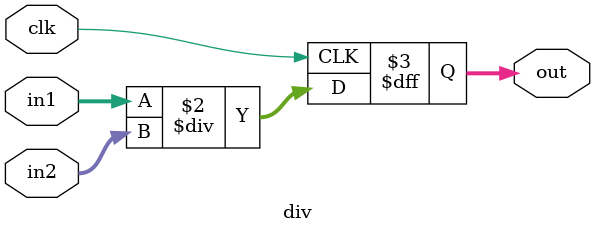
<source format=v>
module div(in1 ,in2, clk, out);
  input [31:0] in1;
  input [7:0] in2;
  input clk;
  output reg [31:0] out;

  always @(posedge clk)
   begin
	out = in1 / in2;
   end 
endmodule

</source>
